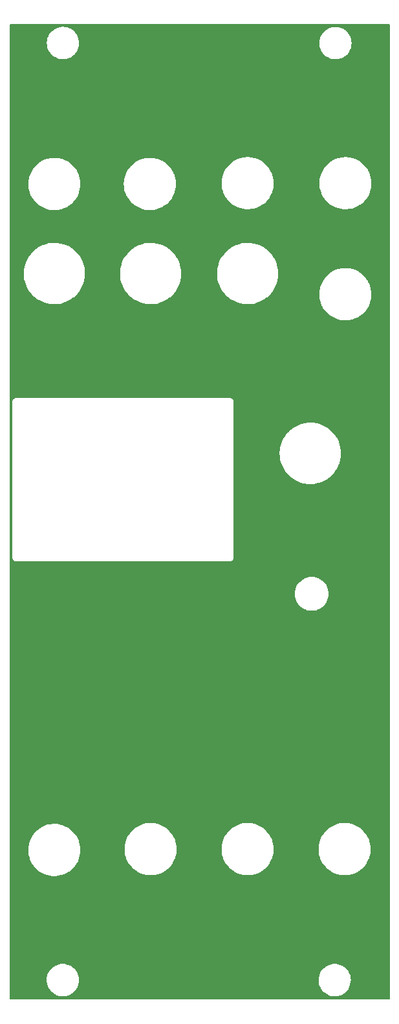
<source format=gbr>
G04 #@! TF.GenerationSoftware,KiCad,Pcbnew,6.0.7-1.fc35*
G04 #@! TF.CreationDate,2023-06-14T17:00:14-04:00*
G04 #@! TF.ProjectId,vccg_faceplate,76636367-5f66-4616-9365-706c6174652e,rev?*
G04 #@! TF.SameCoordinates,Original*
G04 #@! TF.FileFunction,Copper,L1,Top*
G04 #@! TF.FilePolarity,Positive*
%FSLAX46Y46*%
G04 Gerber Fmt 4.6, Leading zero omitted, Abs format (unit mm)*
G04 Created by KiCad (PCBNEW 6.0.7-1.fc35) date 2023-06-14 17:00:14*
%MOMM*%
%LPD*%
G01*
G04 APERTURE LIST*
G04 APERTURE END LIST*
G04 #@! TA.AperFunction,NonConductor*
G36*
X245051621Y-15920902D02*
G01*
X245098114Y-15974558D01*
X245109500Y-16026900D01*
X245109500Y-143231100D01*
X245089498Y-143299221D01*
X245035842Y-143345714D01*
X244983500Y-143357100D01*
X195452500Y-143357100D01*
X195384379Y-143337098D01*
X195337886Y-143283442D01*
X195326500Y-143231100D01*
X195326500Y-140777869D01*
X200196689Y-140777869D01*
X200213238Y-141064883D01*
X200214063Y-141069088D01*
X200214064Y-141069096D01*
X200246010Y-141231921D01*
X200268586Y-141346995D01*
X200269973Y-141351045D01*
X200269974Y-141351050D01*
X200345557Y-141571807D01*
X200361710Y-141618986D01*
X200363637Y-141622817D01*
X200451310Y-141797135D01*
X200490885Y-141875822D01*
X200653721Y-142112750D01*
X200847206Y-142325388D01*
X200850501Y-142328143D01*
X200850502Y-142328144D01*
X200901258Y-142370582D01*
X201067759Y-142509798D01*
X201311298Y-142662571D01*
X201573318Y-142780877D01*
X201577437Y-142782097D01*
X201844857Y-142861311D01*
X201844862Y-142861312D01*
X201848970Y-142862529D01*
X201853204Y-142863177D01*
X201853209Y-142863178D01*
X202101811Y-142901219D01*
X202133153Y-142906015D01*
X202279485Y-142908314D01*
X202416317Y-142910464D01*
X202416323Y-142910464D01*
X202420608Y-142910531D01*
X202424860Y-142910016D01*
X202424868Y-142910016D01*
X202701756Y-142876508D01*
X202701761Y-142876507D01*
X202706017Y-142875992D01*
X202984097Y-142803039D01*
X203249704Y-142693021D01*
X203497922Y-142547974D01*
X203724159Y-142370582D01*
X203765285Y-142328144D01*
X203921244Y-142167206D01*
X203924227Y-142164128D01*
X203926760Y-142160680D01*
X203926764Y-142160675D01*
X204091887Y-141935886D01*
X204094425Y-141932431D01*
X204231604Y-141679779D01*
X204333225Y-141410848D01*
X204397407Y-141130613D01*
X204411675Y-140970748D01*
X204422743Y-140846726D01*
X204422743Y-140846724D01*
X204422963Y-140844260D01*
X204423427Y-140800000D01*
X204421918Y-140777869D01*
X235786689Y-140777869D01*
X235803238Y-141064883D01*
X235804063Y-141069088D01*
X235804064Y-141069096D01*
X235836010Y-141231921D01*
X235858586Y-141346995D01*
X235859973Y-141351045D01*
X235859974Y-141351050D01*
X235935557Y-141571807D01*
X235951710Y-141618986D01*
X235953637Y-141622817D01*
X236041310Y-141797135D01*
X236080885Y-141875822D01*
X236243721Y-142112750D01*
X236437206Y-142325388D01*
X236440501Y-142328143D01*
X236440502Y-142328144D01*
X236491258Y-142370582D01*
X236657759Y-142509798D01*
X236901298Y-142662571D01*
X237163318Y-142780877D01*
X237167437Y-142782097D01*
X237434857Y-142861311D01*
X237434862Y-142861312D01*
X237438970Y-142862529D01*
X237443204Y-142863177D01*
X237443209Y-142863178D01*
X237691811Y-142901219D01*
X237723153Y-142906015D01*
X237869485Y-142908314D01*
X238006317Y-142910464D01*
X238006323Y-142910464D01*
X238010608Y-142910531D01*
X238014860Y-142910016D01*
X238014868Y-142910016D01*
X238291756Y-142876508D01*
X238291761Y-142876507D01*
X238296017Y-142875992D01*
X238574097Y-142803039D01*
X238839704Y-142693021D01*
X239087922Y-142547974D01*
X239314159Y-142370582D01*
X239355285Y-142328144D01*
X239511244Y-142167206D01*
X239514227Y-142164128D01*
X239516760Y-142160680D01*
X239516764Y-142160675D01*
X239681887Y-141935886D01*
X239684425Y-141932431D01*
X239821604Y-141679779D01*
X239923225Y-141410848D01*
X239987407Y-141130613D01*
X240001675Y-140970748D01*
X240012743Y-140846726D01*
X240012743Y-140846724D01*
X240012963Y-140844260D01*
X240013427Y-140800000D01*
X239993873Y-140513175D01*
X239989336Y-140491264D01*
X239936443Y-140235855D01*
X239935574Y-140231658D01*
X239839607Y-139960657D01*
X239707750Y-139705188D01*
X239694488Y-139686317D01*
X239544904Y-139473482D01*
X239542441Y-139469977D01*
X239346740Y-139259378D01*
X239124268Y-139077287D01*
X238879142Y-138927073D01*
X238861048Y-138919130D01*
X238619830Y-138813243D01*
X238615898Y-138811517D01*
X238589963Y-138804129D01*
X238343534Y-138733932D01*
X238343535Y-138733932D01*
X238339406Y-138732756D01*
X238126704Y-138702485D01*
X238059036Y-138692854D01*
X238059034Y-138692854D01*
X238054784Y-138692249D01*
X238050495Y-138692227D01*
X238050488Y-138692226D01*
X237771583Y-138690765D01*
X237771576Y-138690765D01*
X237767297Y-138690743D01*
X237763053Y-138691302D01*
X237763049Y-138691302D01*
X237637660Y-138707810D01*
X237482266Y-138728268D01*
X237478126Y-138729401D01*
X237478124Y-138729401D01*
X237401311Y-138750415D01*
X237204964Y-138804129D01*
X237201016Y-138805813D01*
X236944476Y-138915237D01*
X236944472Y-138915239D01*
X236940524Y-138916923D01*
X236815960Y-138991473D01*
X236697521Y-139062357D01*
X236697517Y-139062360D01*
X236693839Y-139064561D01*
X236469472Y-139244313D01*
X236271577Y-139452851D01*
X236103814Y-139686317D01*
X235969288Y-139940392D01*
X235870489Y-140210373D01*
X235809245Y-140491264D01*
X235808909Y-140495534D01*
X235787196Y-140771428D01*
X235787195Y-140771428D01*
X235787196Y-140771430D01*
X235786689Y-140777869D01*
X204421918Y-140777869D01*
X204403873Y-140513175D01*
X204399336Y-140491264D01*
X204346443Y-140235855D01*
X204345574Y-140231658D01*
X204249607Y-139960657D01*
X204117750Y-139705188D01*
X204104488Y-139686317D01*
X203954904Y-139473482D01*
X203952441Y-139469977D01*
X203756740Y-139259378D01*
X203534268Y-139077287D01*
X203289142Y-138927073D01*
X203271048Y-138919130D01*
X203029830Y-138813243D01*
X203025898Y-138811517D01*
X202999963Y-138804129D01*
X202753534Y-138733932D01*
X202753535Y-138733932D01*
X202749406Y-138732756D01*
X202536704Y-138702485D01*
X202469036Y-138692854D01*
X202469034Y-138692854D01*
X202464784Y-138692249D01*
X202460495Y-138692227D01*
X202460488Y-138692226D01*
X202181583Y-138690765D01*
X202181576Y-138690765D01*
X202177297Y-138690743D01*
X202173053Y-138691302D01*
X202173049Y-138691302D01*
X202047660Y-138707810D01*
X201892266Y-138728268D01*
X201888126Y-138729401D01*
X201888124Y-138729401D01*
X201811311Y-138750415D01*
X201614964Y-138804129D01*
X201611016Y-138805813D01*
X201354476Y-138915237D01*
X201354472Y-138915239D01*
X201350524Y-138916923D01*
X201225960Y-138991473D01*
X201107521Y-139062357D01*
X201107517Y-139062360D01*
X201103839Y-139064561D01*
X200879472Y-139244313D01*
X200681577Y-139452851D01*
X200513814Y-139686317D01*
X200379288Y-139940392D01*
X200280489Y-140210373D01*
X200219245Y-140491264D01*
X200218909Y-140495534D01*
X200197196Y-140771428D01*
X200197195Y-140771428D01*
X200197196Y-140771430D01*
X200196689Y-140777869D01*
X195326500Y-140777869D01*
X195326500Y-123788085D01*
X197786515Y-123788085D01*
X197787119Y-123799994D01*
X197787118Y-123800000D01*
X197787119Y-123800000D01*
X197805194Y-124156809D01*
X197805731Y-124160164D01*
X197805732Y-124160170D01*
X197846143Y-124412465D01*
X197863585Y-124521358D01*
X197961006Y-124877470D01*
X197990409Y-124952114D01*
X198090295Y-125205688D01*
X198096317Y-125220977D01*
X198097900Y-125223992D01*
X198266351Y-125544845D01*
X198266356Y-125544853D01*
X198267935Y-125547861D01*
X198473853Y-125854299D01*
X198711661Y-126136706D01*
X198978578Y-126391777D01*
X199271482Y-126616530D01*
X199586945Y-126808335D01*
X199921278Y-126964948D01*
X200270570Y-127084537D01*
X200630734Y-127165703D01*
X200634120Y-127166089D01*
X200634127Y-127166090D01*
X200994174Y-127207113D01*
X200994182Y-127207113D01*
X200997557Y-127207498D01*
X201000961Y-127207516D01*
X201000964Y-127207516D01*
X201201634Y-127208566D01*
X201366749Y-127209431D01*
X201370135Y-127209081D01*
X201370137Y-127209081D01*
X201730598Y-127171831D01*
X201730606Y-127171830D01*
X201733990Y-127171480D01*
X201737323Y-127170765D01*
X201737326Y-127170765D01*
X202023508Y-127109413D01*
X202094984Y-127094090D01*
X202445509Y-126978165D01*
X202781464Y-126825061D01*
X202784401Y-126823317D01*
X202784407Y-126823314D01*
X203095984Y-126638312D01*
X203098918Y-126636570D01*
X203394159Y-126414897D01*
X203663733Y-126162635D01*
X203665945Y-126160063D01*
X203665952Y-126160056D01*
X203902259Y-125885322D01*
X203904485Y-125882734D01*
X204069469Y-125642682D01*
X204111671Y-125581279D01*
X204111676Y-125581271D01*
X204113601Y-125578470D01*
X204115213Y-125575476D01*
X204115218Y-125575468D01*
X204287011Y-125256412D01*
X204288633Y-125253400D01*
X204427533Y-124911329D01*
X204438116Y-124874179D01*
X204527744Y-124559535D01*
X204528678Y-124556257D01*
X204590884Y-124192339D01*
X204593058Y-124156809D01*
X204613313Y-123825627D01*
X204613423Y-123823831D01*
X204613506Y-123800000D01*
X204607445Y-123688085D01*
X210386515Y-123688085D01*
X210387119Y-123699994D01*
X210387118Y-123700000D01*
X210387119Y-123700000D01*
X210405194Y-124056809D01*
X210405731Y-124060164D01*
X210405732Y-124060170D01*
X210446143Y-124312465D01*
X210463585Y-124421358D01*
X210561006Y-124777470D01*
X210629800Y-124952114D01*
X210690295Y-125105688D01*
X210696317Y-125120977D01*
X210697900Y-125123992D01*
X210866351Y-125444845D01*
X210866356Y-125444853D01*
X210867935Y-125447861D01*
X211073853Y-125754299D01*
X211311661Y-126036706D01*
X211578578Y-126291777D01*
X211871482Y-126516530D01*
X212186945Y-126708335D01*
X212521278Y-126864948D01*
X212870570Y-126984537D01*
X213230734Y-127065703D01*
X213234120Y-127066089D01*
X213234127Y-127066090D01*
X213594174Y-127107113D01*
X213594182Y-127107113D01*
X213597557Y-127107498D01*
X213600961Y-127107516D01*
X213600964Y-127107516D01*
X213801634Y-127108566D01*
X213966749Y-127109431D01*
X213970135Y-127109081D01*
X213970137Y-127109081D01*
X214330598Y-127071831D01*
X214330606Y-127071830D01*
X214333990Y-127071480D01*
X214337323Y-127070765D01*
X214337326Y-127070765D01*
X214515176Y-127032637D01*
X214694984Y-126994090D01*
X215045509Y-126878165D01*
X215381464Y-126725061D01*
X215384401Y-126723317D01*
X215384407Y-126723314D01*
X215695984Y-126538312D01*
X215698918Y-126536570D01*
X215994159Y-126314897D01*
X216263733Y-126062635D01*
X216265945Y-126060063D01*
X216265952Y-126060056D01*
X216502259Y-125785322D01*
X216504485Y-125782734D01*
X216646936Y-125575468D01*
X216711671Y-125481279D01*
X216711676Y-125481271D01*
X216713601Y-125478470D01*
X216715213Y-125475476D01*
X216715218Y-125475468D01*
X216887011Y-125156412D01*
X216888633Y-125153400D01*
X217000676Y-124877470D01*
X217026253Y-124814482D01*
X217026255Y-124814477D01*
X217027533Y-124811329D01*
X217038116Y-124774179D01*
X217101147Y-124552905D01*
X217128678Y-124456257D01*
X217156286Y-124294742D01*
X217190312Y-124095686D01*
X217190312Y-124095684D01*
X217190884Y-124092339D01*
X217193058Y-124056809D01*
X217213313Y-123725627D01*
X217213423Y-123723831D01*
X217213506Y-123700000D01*
X217212861Y-123688085D01*
X223086515Y-123688085D01*
X223087119Y-123699994D01*
X223087118Y-123700000D01*
X223087119Y-123700000D01*
X223105194Y-124056809D01*
X223105731Y-124060164D01*
X223105732Y-124060170D01*
X223146143Y-124312465D01*
X223163585Y-124421358D01*
X223261006Y-124777470D01*
X223329800Y-124952114D01*
X223390295Y-125105688D01*
X223396317Y-125120977D01*
X223397900Y-125123992D01*
X223566351Y-125444845D01*
X223566356Y-125444853D01*
X223567935Y-125447861D01*
X223773853Y-125754299D01*
X224011661Y-126036706D01*
X224278578Y-126291777D01*
X224571482Y-126516530D01*
X224886945Y-126708335D01*
X225221278Y-126864948D01*
X225570570Y-126984537D01*
X225930734Y-127065703D01*
X225934120Y-127066089D01*
X225934127Y-127066090D01*
X226294174Y-127107113D01*
X226294182Y-127107113D01*
X226297557Y-127107498D01*
X226300961Y-127107516D01*
X226300964Y-127107516D01*
X226501634Y-127108566D01*
X226666749Y-127109431D01*
X226670135Y-127109081D01*
X226670137Y-127109081D01*
X227030598Y-127071831D01*
X227030606Y-127071830D01*
X227033990Y-127071480D01*
X227037323Y-127070765D01*
X227037326Y-127070765D01*
X227215176Y-127032637D01*
X227394984Y-126994090D01*
X227745509Y-126878165D01*
X228081464Y-126725061D01*
X228084401Y-126723317D01*
X228084407Y-126723314D01*
X228395984Y-126538312D01*
X228398918Y-126536570D01*
X228694159Y-126314897D01*
X228963733Y-126062635D01*
X228965945Y-126060063D01*
X228965952Y-126060056D01*
X229202259Y-125785322D01*
X229204485Y-125782734D01*
X229346936Y-125575468D01*
X229411671Y-125481279D01*
X229411676Y-125481271D01*
X229413601Y-125478470D01*
X229415213Y-125475476D01*
X229415218Y-125475468D01*
X229587011Y-125156412D01*
X229588633Y-125153400D01*
X229700676Y-124877470D01*
X229726253Y-124814482D01*
X229726255Y-124814477D01*
X229727533Y-124811329D01*
X229738116Y-124774179D01*
X229801147Y-124552905D01*
X229828678Y-124456257D01*
X229856286Y-124294742D01*
X229890312Y-124095686D01*
X229890312Y-124095684D01*
X229890884Y-124092339D01*
X229893058Y-124056809D01*
X229913313Y-123725627D01*
X229913423Y-123723831D01*
X229913506Y-123700000D01*
X229912861Y-123688085D01*
X235786515Y-123688085D01*
X235787119Y-123699994D01*
X235787118Y-123700000D01*
X235787119Y-123700000D01*
X235805194Y-124056809D01*
X235805731Y-124060164D01*
X235805732Y-124060170D01*
X235846143Y-124312465D01*
X235863585Y-124421358D01*
X235961006Y-124777470D01*
X236029800Y-124952114D01*
X236090295Y-125105688D01*
X236096317Y-125120977D01*
X236097900Y-125123992D01*
X236266351Y-125444845D01*
X236266356Y-125444853D01*
X236267935Y-125447861D01*
X236473853Y-125754299D01*
X236711661Y-126036706D01*
X236978578Y-126291777D01*
X237271482Y-126516530D01*
X237586945Y-126708335D01*
X237921278Y-126864948D01*
X238270570Y-126984537D01*
X238630734Y-127065703D01*
X238634120Y-127066089D01*
X238634127Y-127066090D01*
X238994174Y-127107113D01*
X238994182Y-127107113D01*
X238997557Y-127107498D01*
X239000961Y-127107516D01*
X239000964Y-127107516D01*
X239201634Y-127108566D01*
X239366749Y-127109431D01*
X239370135Y-127109081D01*
X239370137Y-127109081D01*
X239730598Y-127071831D01*
X239730606Y-127071830D01*
X239733990Y-127071480D01*
X239737323Y-127070765D01*
X239737326Y-127070765D01*
X239915176Y-127032637D01*
X240094984Y-126994090D01*
X240445509Y-126878165D01*
X240781464Y-126725061D01*
X240784401Y-126723317D01*
X240784407Y-126723314D01*
X241095984Y-126538312D01*
X241098918Y-126536570D01*
X241394159Y-126314897D01*
X241663733Y-126062635D01*
X241665945Y-126060063D01*
X241665952Y-126060056D01*
X241902259Y-125785322D01*
X241904485Y-125782734D01*
X242046936Y-125575468D01*
X242111671Y-125481279D01*
X242111676Y-125481271D01*
X242113601Y-125478470D01*
X242115213Y-125475476D01*
X242115218Y-125475468D01*
X242287011Y-125156412D01*
X242288633Y-125153400D01*
X242400676Y-124877470D01*
X242426253Y-124814482D01*
X242426255Y-124814477D01*
X242427533Y-124811329D01*
X242438116Y-124774179D01*
X242501147Y-124552905D01*
X242528678Y-124456257D01*
X242556286Y-124294742D01*
X242590312Y-124095686D01*
X242590312Y-124095684D01*
X242590884Y-124092339D01*
X242593058Y-124056809D01*
X242613313Y-123725627D01*
X242613423Y-123723831D01*
X242613506Y-123700000D01*
X242593540Y-123331344D01*
X242533877Y-122967000D01*
X242435213Y-122611230D01*
X242410006Y-122547886D01*
X242299964Y-122271363D01*
X242299960Y-122271355D01*
X242298704Y-122268198D01*
X242292982Y-122257390D01*
X242190008Y-122062906D01*
X242125946Y-121941914D01*
X242124046Y-121939108D01*
X242124042Y-121939101D01*
X241920866Y-121639011D01*
X241920859Y-121639002D01*
X241918960Y-121636197D01*
X241916764Y-121633607D01*
X241916759Y-121633601D01*
X241682367Y-121357217D01*
X241682366Y-121357216D01*
X241680167Y-121354623D01*
X241412361Y-121100484D01*
X241118675Y-120876755D01*
X241115763Y-120874998D01*
X241115758Y-120874995D01*
X240805466Y-120687815D01*
X240805457Y-120687810D01*
X240802544Y-120686053D01*
X240799454Y-120684619D01*
X240799449Y-120684616D01*
X240635105Y-120608330D01*
X240467666Y-120530608D01*
X240464441Y-120529516D01*
X240464435Y-120529514D01*
X240121195Y-120413334D01*
X240121190Y-120413332D01*
X240117959Y-120412239D01*
X239757514Y-120332330D01*
X239627190Y-120317942D01*
X239393928Y-120292189D01*
X239393923Y-120292189D01*
X239390547Y-120291816D01*
X239387148Y-120291810D01*
X239387147Y-120291810D01*
X239212542Y-120291506D01*
X239021351Y-120291172D01*
X238904842Y-120303623D01*
X238657628Y-120330042D01*
X238657620Y-120330043D01*
X238654245Y-120330404D01*
X238293523Y-120409055D01*
X237943405Y-120526202D01*
X237607986Y-120680478D01*
X237291192Y-120870075D01*
X236996726Y-121092778D01*
X236994244Y-121095117D01*
X236994238Y-121095122D01*
X236888121Y-121195122D01*
X236728035Y-121345980D01*
X236725823Y-121348570D01*
X236725821Y-121348572D01*
X236670607Y-121413219D01*
X236488261Y-121626719D01*
X236486342Y-121629531D01*
X236486339Y-121629536D01*
X236479876Y-121639011D01*
X236280209Y-121931712D01*
X236106313Y-122257390D01*
X235968607Y-122599944D01*
X235967687Y-122603218D01*
X235967685Y-122603223D01*
X235939577Y-122703223D01*
X235868702Y-122955367D01*
X235868140Y-122958724D01*
X235868140Y-122958725D01*
X235826885Y-123205258D01*
X235807767Y-123319500D01*
X235786515Y-123688085D01*
X229912861Y-123688085D01*
X229893540Y-123331344D01*
X229833877Y-122967000D01*
X229735213Y-122611230D01*
X229710006Y-122547886D01*
X229599964Y-122271363D01*
X229599960Y-122271355D01*
X229598704Y-122268198D01*
X229592982Y-122257390D01*
X229490008Y-122062906D01*
X229425946Y-121941914D01*
X229424046Y-121939108D01*
X229424042Y-121939101D01*
X229220866Y-121639011D01*
X229220859Y-121639002D01*
X229218960Y-121636197D01*
X229216764Y-121633607D01*
X229216759Y-121633601D01*
X228982367Y-121357217D01*
X228982366Y-121357216D01*
X228980167Y-121354623D01*
X228712361Y-121100484D01*
X228418675Y-120876755D01*
X228415763Y-120874998D01*
X228415758Y-120874995D01*
X228105466Y-120687815D01*
X228105457Y-120687810D01*
X228102544Y-120686053D01*
X228099454Y-120684619D01*
X228099449Y-120684616D01*
X227935105Y-120608330D01*
X227767666Y-120530608D01*
X227764441Y-120529516D01*
X227764435Y-120529514D01*
X227421195Y-120413334D01*
X227421190Y-120413332D01*
X227417959Y-120412239D01*
X227057514Y-120332330D01*
X226927190Y-120317942D01*
X226693928Y-120292189D01*
X226693923Y-120292189D01*
X226690547Y-120291816D01*
X226687148Y-120291810D01*
X226687147Y-120291810D01*
X226512542Y-120291506D01*
X226321351Y-120291172D01*
X226204842Y-120303623D01*
X225957628Y-120330042D01*
X225957620Y-120330043D01*
X225954245Y-120330404D01*
X225593523Y-120409055D01*
X225243405Y-120526202D01*
X224907986Y-120680478D01*
X224591192Y-120870075D01*
X224296726Y-121092778D01*
X224294244Y-121095117D01*
X224294238Y-121095122D01*
X224188121Y-121195122D01*
X224028035Y-121345980D01*
X224025823Y-121348570D01*
X224025821Y-121348572D01*
X223970607Y-121413219D01*
X223788261Y-121626719D01*
X223786342Y-121629531D01*
X223786339Y-121629536D01*
X223779876Y-121639011D01*
X223580209Y-121931712D01*
X223406313Y-122257390D01*
X223268607Y-122599944D01*
X223267687Y-122603218D01*
X223267685Y-122603223D01*
X223239577Y-122703223D01*
X223168702Y-122955367D01*
X223168140Y-122958724D01*
X223168140Y-122958725D01*
X223126885Y-123205258D01*
X223107767Y-123319500D01*
X223086515Y-123688085D01*
X217212861Y-123688085D01*
X217193540Y-123331344D01*
X217133877Y-122967000D01*
X217035213Y-122611230D01*
X217010006Y-122547886D01*
X216899964Y-122271363D01*
X216899960Y-122271355D01*
X216898704Y-122268198D01*
X216892982Y-122257390D01*
X216790008Y-122062906D01*
X216725946Y-121941914D01*
X216724046Y-121939108D01*
X216724042Y-121939101D01*
X216520866Y-121639011D01*
X216520859Y-121639002D01*
X216518960Y-121636197D01*
X216516764Y-121633607D01*
X216516759Y-121633601D01*
X216282367Y-121357217D01*
X216282366Y-121357216D01*
X216280167Y-121354623D01*
X216012361Y-121100484D01*
X215718675Y-120876755D01*
X215715763Y-120874998D01*
X215715758Y-120874995D01*
X215405466Y-120687815D01*
X215405457Y-120687810D01*
X215402544Y-120686053D01*
X215399454Y-120684619D01*
X215399449Y-120684616D01*
X215235105Y-120608330D01*
X215067666Y-120530608D01*
X215064441Y-120529516D01*
X215064435Y-120529514D01*
X214721195Y-120413334D01*
X214721190Y-120413332D01*
X214717959Y-120412239D01*
X214357514Y-120332330D01*
X214227190Y-120317942D01*
X213993928Y-120292189D01*
X213993923Y-120292189D01*
X213990547Y-120291816D01*
X213987148Y-120291810D01*
X213987147Y-120291810D01*
X213812542Y-120291506D01*
X213621351Y-120291172D01*
X213504842Y-120303623D01*
X213257628Y-120330042D01*
X213257620Y-120330043D01*
X213254245Y-120330404D01*
X212893523Y-120409055D01*
X212543405Y-120526202D01*
X212207986Y-120680478D01*
X211891192Y-120870075D01*
X211596726Y-121092778D01*
X211594244Y-121095117D01*
X211594238Y-121095122D01*
X211488121Y-121195122D01*
X211328035Y-121345980D01*
X211325823Y-121348570D01*
X211325821Y-121348572D01*
X211270607Y-121413219D01*
X211088261Y-121626719D01*
X211086342Y-121629531D01*
X211086339Y-121629536D01*
X211079876Y-121639011D01*
X210880209Y-121931712D01*
X210706313Y-122257390D01*
X210568607Y-122599944D01*
X210567687Y-122603218D01*
X210567685Y-122603223D01*
X210539577Y-122703223D01*
X210468702Y-122955367D01*
X210468140Y-122958724D01*
X210468140Y-122958725D01*
X210426885Y-123205258D01*
X210407767Y-123319500D01*
X210386515Y-123688085D01*
X204607445Y-123688085D01*
X204593540Y-123431344D01*
X204533877Y-123067000D01*
X204435213Y-122711230D01*
X204410006Y-122647886D01*
X204299964Y-122371363D01*
X204299960Y-122371355D01*
X204298704Y-122368198D01*
X204292982Y-122357390D01*
X204244164Y-122265189D01*
X204125946Y-122041914D01*
X204124046Y-122039108D01*
X204124042Y-122039101D01*
X203920866Y-121739011D01*
X203920859Y-121739002D01*
X203918960Y-121736197D01*
X203916764Y-121733607D01*
X203916759Y-121733601D01*
X203682367Y-121457217D01*
X203682366Y-121457216D01*
X203680167Y-121454623D01*
X203412361Y-121200484D01*
X203118675Y-120976755D01*
X203115763Y-120974998D01*
X203115758Y-120974995D01*
X202805466Y-120787815D01*
X202805457Y-120787810D01*
X202802544Y-120786053D01*
X202799454Y-120784619D01*
X202799449Y-120784616D01*
X202572023Y-120679049D01*
X202467666Y-120630608D01*
X202464441Y-120629516D01*
X202464435Y-120629514D01*
X202121195Y-120513334D01*
X202121190Y-120513332D01*
X202117959Y-120512239D01*
X201757514Y-120432330D01*
X201627190Y-120417942D01*
X201393928Y-120392189D01*
X201393923Y-120392189D01*
X201390547Y-120391816D01*
X201387148Y-120391810D01*
X201387147Y-120391810D01*
X201212542Y-120391506D01*
X201021351Y-120391172D01*
X200904842Y-120403623D01*
X200657628Y-120430042D01*
X200657620Y-120430043D01*
X200654245Y-120430404D01*
X200293523Y-120509055D01*
X199943405Y-120626202D01*
X199607986Y-120780478D01*
X199291192Y-120970075D01*
X198996726Y-121192778D01*
X198994244Y-121195117D01*
X198994238Y-121195122D01*
X198762800Y-121413219D01*
X198728035Y-121445980D01*
X198725823Y-121448570D01*
X198725821Y-121448572D01*
X198665274Y-121519464D01*
X198488261Y-121726719D01*
X198486342Y-121729531D01*
X198486339Y-121729536D01*
X198479876Y-121739011D01*
X198280209Y-122031712D01*
X198106313Y-122357390D01*
X197968607Y-122699944D01*
X197967687Y-122703218D01*
X197967685Y-122703223D01*
X197892593Y-122970373D01*
X197868702Y-123055367D01*
X197807767Y-123419500D01*
X197806888Y-123434746D01*
X197792085Y-123691490D01*
X197786515Y-123788085D01*
X195326500Y-123788085D01*
X195326500Y-90350000D01*
X232686761Y-90350000D01*
X232705696Y-90638886D01*
X232762175Y-90922828D01*
X232855234Y-91196970D01*
X232983279Y-91456619D01*
X233144119Y-91697335D01*
X233146831Y-91700427D01*
X233146836Y-91700434D01*
X233332167Y-91911761D01*
X233335004Y-91914996D01*
X233338093Y-91917705D01*
X233549565Y-92103163D01*
X233549571Y-92103168D01*
X233552665Y-92105881D01*
X233793380Y-92266721D01*
X233797079Y-92268545D01*
X233797084Y-92268548D01*
X234049335Y-92392944D01*
X234053030Y-92394766D01*
X234056928Y-92396089D01*
X234056930Y-92396090D01*
X234323262Y-92486498D01*
X234323266Y-92486499D01*
X234327172Y-92487825D01*
X234331216Y-92488629D01*
X234331222Y-92488631D01*
X234607071Y-92543500D01*
X234607074Y-92543500D01*
X234611114Y-92544304D01*
X234615225Y-92544573D01*
X234615229Y-92544574D01*
X234895881Y-92562969D01*
X234900000Y-92563239D01*
X234904119Y-92562969D01*
X235184771Y-92544574D01*
X235184775Y-92544573D01*
X235188886Y-92544304D01*
X235192926Y-92543500D01*
X235192929Y-92543500D01*
X235468778Y-92488631D01*
X235468784Y-92488629D01*
X235472828Y-92487825D01*
X235476734Y-92486499D01*
X235476738Y-92486498D01*
X235743070Y-92396090D01*
X235743072Y-92396089D01*
X235746970Y-92394766D01*
X235750665Y-92392944D01*
X236002916Y-92268548D01*
X236002921Y-92268545D01*
X236006620Y-92266721D01*
X236247335Y-92105881D01*
X236250429Y-92103168D01*
X236250435Y-92103163D01*
X236461907Y-91917705D01*
X236464996Y-91914996D01*
X236467833Y-91911761D01*
X236653164Y-91700434D01*
X236653169Y-91700427D01*
X236655881Y-91697335D01*
X236816721Y-91456619D01*
X236944766Y-91196970D01*
X237037825Y-90922828D01*
X237094304Y-90638886D01*
X237113239Y-90350000D01*
X237094304Y-90061114D01*
X237037825Y-89777172D01*
X237011990Y-89701063D01*
X236946090Y-89506930D01*
X236946089Y-89506928D01*
X236944766Y-89503030D01*
X236816721Y-89243381D01*
X236655881Y-89002665D01*
X236653169Y-88999573D01*
X236653164Y-88999566D01*
X236467705Y-88788093D01*
X236464996Y-88785004D01*
X236461733Y-88782142D01*
X236250435Y-88596837D01*
X236250429Y-88596832D01*
X236247335Y-88594119D01*
X236006620Y-88433279D01*
X236002921Y-88431455D01*
X236002916Y-88431452D01*
X235750665Y-88307056D01*
X235750663Y-88307055D01*
X235746970Y-88305234D01*
X235743070Y-88303910D01*
X235476738Y-88213502D01*
X235476734Y-88213501D01*
X235472828Y-88212175D01*
X235468784Y-88211371D01*
X235468778Y-88211369D01*
X235192929Y-88156500D01*
X235192926Y-88156500D01*
X235188886Y-88155696D01*
X235184775Y-88155427D01*
X235184771Y-88155426D01*
X234904119Y-88137031D01*
X234900000Y-88136761D01*
X234895881Y-88137031D01*
X234615229Y-88155426D01*
X234615225Y-88155427D01*
X234611114Y-88155696D01*
X234607074Y-88156500D01*
X234607071Y-88156500D01*
X234331222Y-88211369D01*
X234331216Y-88211371D01*
X234327172Y-88212175D01*
X234323266Y-88213501D01*
X234323262Y-88213502D01*
X234056930Y-88303910D01*
X234053030Y-88305234D01*
X233793381Y-88433279D01*
X233552665Y-88594119D01*
X233549573Y-88596831D01*
X233549566Y-88596836D01*
X233338239Y-88782167D01*
X233335004Y-88785004D01*
X233332295Y-88788093D01*
X233146836Y-88999566D01*
X233146831Y-88999573D01*
X233144119Y-89002665D01*
X232983279Y-89243381D01*
X232855234Y-89503030D01*
X232853911Y-89506928D01*
X232853910Y-89506930D01*
X232788011Y-89701063D01*
X232762175Y-89777172D01*
X232705696Y-90061114D01*
X232688805Y-90318810D01*
X232686761Y-90350000D01*
X195326500Y-90350000D01*
X195326500Y-85667721D01*
X195706024Y-85667721D01*
X195708491Y-85676352D01*
X195714150Y-85696153D01*
X195717728Y-85712915D01*
X195721920Y-85742187D01*
X195725634Y-85750355D01*
X195725634Y-85750356D01*
X195732548Y-85765562D01*
X195738996Y-85783086D01*
X195746051Y-85807771D01*
X195750843Y-85815365D01*
X195750844Y-85815368D01*
X195761830Y-85832780D01*
X195769969Y-85847863D01*
X195782208Y-85874782D01*
X195788069Y-85881584D01*
X195798970Y-85894235D01*
X195810073Y-85909239D01*
X195823776Y-85930958D01*
X195830501Y-85936897D01*
X195830504Y-85936901D01*
X195845938Y-85950532D01*
X195857982Y-85962724D01*
X195871427Y-85978327D01*
X195871430Y-85978329D01*
X195877287Y-85985127D01*
X195884816Y-85990007D01*
X195884817Y-85990008D01*
X195898835Y-85999094D01*
X195913709Y-86010385D01*
X195926217Y-86021431D01*
X195932951Y-86027378D01*
X195959711Y-86039942D01*
X195974691Y-86048263D01*
X195991983Y-86059471D01*
X195991988Y-86059473D01*
X195999515Y-86064352D01*
X196008108Y-86066922D01*
X196008113Y-86066924D01*
X196024120Y-86071711D01*
X196041564Y-86078372D01*
X196056676Y-86085467D01*
X196056678Y-86085468D01*
X196064800Y-86089281D01*
X196073667Y-86090662D01*
X196073668Y-86090662D01*
X196076353Y-86091080D01*
X196094017Y-86093830D01*
X196110732Y-86097613D01*
X196130466Y-86103515D01*
X196130472Y-86103516D01*
X196139066Y-86106086D01*
X196148037Y-86106141D01*
X196148038Y-86106141D01*
X196158097Y-86106202D01*
X196173506Y-86106296D01*
X196174289Y-86106329D01*
X196175386Y-86106500D01*
X196206377Y-86106500D01*
X196207147Y-86106502D01*
X196280785Y-86106952D01*
X196280786Y-86106952D01*
X196284721Y-86106976D01*
X196286065Y-86106592D01*
X196287410Y-86106500D01*
X224146377Y-86106500D01*
X224147148Y-86106502D01*
X224224721Y-86106976D01*
X224253152Y-86098850D01*
X224269915Y-86095272D01*
X224270753Y-86095152D01*
X224299187Y-86091080D01*
X224322564Y-86080451D01*
X224340087Y-86074004D01*
X224364771Y-86066949D01*
X224372365Y-86062157D01*
X224372368Y-86062156D01*
X224389780Y-86051170D01*
X224404865Y-86043030D01*
X224431782Y-86030792D01*
X224451235Y-86014030D01*
X224466239Y-86002927D01*
X224487958Y-85989224D01*
X224493897Y-85982499D01*
X224493901Y-85982496D01*
X224507532Y-85967062D01*
X224519724Y-85955018D01*
X224535327Y-85941573D01*
X224535329Y-85941570D01*
X224542127Y-85935713D01*
X224556094Y-85914165D01*
X224567385Y-85899291D01*
X224578431Y-85886783D01*
X224578432Y-85886782D01*
X224584378Y-85880049D01*
X224596943Y-85853287D01*
X224605263Y-85838309D01*
X224616471Y-85821017D01*
X224616473Y-85821012D01*
X224621352Y-85813485D01*
X224623922Y-85804892D01*
X224623924Y-85804887D01*
X224628711Y-85788880D01*
X224635372Y-85771436D01*
X224642467Y-85756324D01*
X224642468Y-85756322D01*
X224646281Y-85748200D01*
X224650830Y-85718983D01*
X224654613Y-85702268D01*
X224660515Y-85682534D01*
X224660516Y-85682528D01*
X224663086Y-85673934D01*
X224663296Y-85639494D01*
X224663329Y-85638711D01*
X224663500Y-85637614D01*
X224663500Y-85606623D01*
X224663502Y-85605853D01*
X224663952Y-85532215D01*
X224663952Y-85532214D01*
X224663976Y-85528279D01*
X224663592Y-85526935D01*
X224663500Y-85525590D01*
X224663500Y-71943965D01*
X230687057Y-71943965D01*
X230700741Y-72335827D01*
X230752599Y-72724484D01*
X230842136Y-73106225D01*
X230968496Y-73477407D01*
X231130475Y-73834487D01*
X231326525Y-74174056D01*
X231328314Y-74176554D01*
X231328316Y-74176558D01*
X231428047Y-74315860D01*
X231554776Y-74492874D01*
X231813049Y-74787896D01*
X232098878Y-75056308D01*
X232409536Y-75295546D01*
X232412139Y-75297173D01*
X232412144Y-75297176D01*
X232531576Y-75371805D01*
X232742056Y-75503328D01*
X233093266Y-75677670D01*
X233459812Y-75816907D01*
X233838195Y-75919712D01*
X234136419Y-75970153D01*
X234221783Y-75984591D01*
X234221786Y-75984591D01*
X234224805Y-75985102D01*
X234379444Y-75995916D01*
X234612885Y-76012240D01*
X234612893Y-76012240D01*
X234615951Y-76012454D01*
X234868037Y-76005413D01*
X235004825Y-76001592D01*
X235004828Y-76001592D01*
X235007899Y-76001506D01*
X235010952Y-76001120D01*
X235010956Y-76001120D01*
X235152576Y-75983229D01*
X235396908Y-75952362D01*
X235399912Y-75951680D01*
X235399915Y-75951679D01*
X235776269Y-75866174D01*
X235776275Y-75866172D01*
X235779265Y-75865493D01*
X235782184Y-75864522D01*
X236148396Y-75742700D01*
X236148402Y-75742698D01*
X236151320Y-75741727D01*
X236292735Y-75678765D01*
X236506722Y-75583492D01*
X236506728Y-75583489D01*
X236509522Y-75582245D01*
X236512191Y-75580729D01*
X236847784Y-75390086D01*
X236847790Y-75390083D01*
X236850452Y-75388570D01*
X237170855Y-75162550D01*
X237296390Y-75054192D01*
X237465347Y-74908353D01*
X237465351Y-74908349D01*
X237467674Y-74906344D01*
X237545040Y-74825102D01*
X237735957Y-74624618D01*
X237738074Y-74622395D01*
X237840197Y-74491684D01*
X237977565Y-74315860D01*
X237977567Y-74315857D01*
X237979475Y-74313415D01*
X238189574Y-73982354D01*
X238366363Y-73632370D01*
X238398437Y-73549678D01*
X238507041Y-73269681D01*
X238507044Y-73269672D01*
X238508156Y-73266805D01*
X238613600Y-72889148D01*
X238681688Y-72503004D01*
X238694788Y-72332747D01*
X238711619Y-72114013D01*
X238711619Y-72114002D01*
X238711769Y-72112059D01*
X238713334Y-72000000D01*
X238710594Y-71943965D01*
X238694330Y-71611440D01*
X238694180Y-71608367D01*
X238636901Y-71220473D01*
X238542043Y-70840019D01*
X238410512Y-70470637D01*
X238243564Y-70115854D01*
X238241997Y-70113225D01*
X238241992Y-70113216D01*
X238044361Y-69781689D01*
X238042791Y-69779055D01*
X238040977Y-69776595D01*
X238040972Y-69776587D01*
X237811933Y-69465926D01*
X237811931Y-69465923D01*
X237810111Y-69463455D01*
X237547744Y-69172068D01*
X237258195Y-68907673D01*
X236944228Y-68672795D01*
X236896015Y-68643596D01*
X236611467Y-68471267D01*
X236611458Y-68471262D01*
X236608839Y-68469676D01*
X236255229Y-68300255D01*
X236252339Y-68299203D01*
X236252334Y-68299201D01*
X235889674Y-68167204D01*
X235889671Y-68167203D01*
X235886775Y-68166149D01*
X235610563Y-68095229D01*
X235509977Y-68069403D01*
X235509974Y-68069402D01*
X235506993Y-68068637D01*
X235119508Y-68008651D01*
X234728018Y-67986764D01*
X234724939Y-67986893D01*
X234724936Y-67986893D01*
X234469188Y-67997612D01*
X234336261Y-68003183D01*
X234333217Y-68003611D01*
X234333215Y-68003611D01*
X234122778Y-68033186D01*
X233947976Y-68057753D01*
X233566869Y-68149953D01*
X233196579Y-68278902D01*
X232840638Y-68443369D01*
X232502446Y-68641785D01*
X232342444Y-68758033D01*
X232187711Y-68870453D01*
X232187705Y-68870458D01*
X232185230Y-68872256D01*
X232182944Y-68874285D01*
X232182941Y-68874288D01*
X232103123Y-68945154D01*
X231892017Y-69132583D01*
X231889938Y-69134828D01*
X231889931Y-69134835D01*
X231801569Y-69230258D01*
X231625608Y-69420279D01*
X231388544Y-69732599D01*
X231183089Y-70066562D01*
X231011203Y-70418980D01*
X230874527Y-70786489D01*
X230774367Y-71165581D01*
X230711677Y-71552638D01*
X230711483Y-71555718D01*
X230711483Y-71555720D01*
X230689443Y-71906035D01*
X230687057Y-71943965D01*
X224663500Y-71943965D01*
X224663500Y-65286623D01*
X224663502Y-65285853D01*
X224663800Y-65237102D01*
X224663976Y-65208279D01*
X224655850Y-65179847D01*
X224652272Y-65163085D01*
X224649352Y-65142698D01*
X224648080Y-65133813D01*
X224637451Y-65110436D01*
X224631004Y-65092913D01*
X224626416Y-65076862D01*
X224623949Y-65068229D01*
X224619156Y-65060632D01*
X224608170Y-65043220D01*
X224600030Y-65028135D01*
X224597564Y-65022711D01*
X224587792Y-65001218D01*
X224571030Y-64981765D01*
X224559927Y-64966761D01*
X224546224Y-64945042D01*
X224539499Y-64939103D01*
X224539496Y-64939099D01*
X224524062Y-64925468D01*
X224512018Y-64913276D01*
X224498573Y-64897673D01*
X224498570Y-64897671D01*
X224492713Y-64890873D01*
X224479009Y-64881990D01*
X224471165Y-64876906D01*
X224456291Y-64865615D01*
X224443783Y-64854569D01*
X224443782Y-64854568D01*
X224437049Y-64848622D01*
X224410287Y-64836057D01*
X224395309Y-64827737D01*
X224378017Y-64816529D01*
X224378012Y-64816527D01*
X224370485Y-64811648D01*
X224361892Y-64809078D01*
X224361887Y-64809076D01*
X224345880Y-64804289D01*
X224328436Y-64797628D01*
X224313324Y-64790533D01*
X224313322Y-64790532D01*
X224305200Y-64786719D01*
X224296333Y-64785338D01*
X224296332Y-64785338D01*
X224285478Y-64783648D01*
X224275983Y-64782170D01*
X224259268Y-64778387D01*
X224239534Y-64772485D01*
X224239528Y-64772484D01*
X224230934Y-64769914D01*
X224221963Y-64769859D01*
X224221962Y-64769859D01*
X224211903Y-64769798D01*
X224196494Y-64769704D01*
X224195711Y-64769671D01*
X224194614Y-64769500D01*
X224163623Y-64769500D01*
X224162853Y-64769498D01*
X224089215Y-64769048D01*
X224089214Y-64769048D01*
X224085279Y-64769024D01*
X224083935Y-64769408D01*
X224082590Y-64769500D01*
X196223623Y-64769500D01*
X196222853Y-64769498D01*
X196222037Y-64769493D01*
X196145279Y-64769024D01*
X196122918Y-64775415D01*
X196116847Y-64777150D01*
X196100085Y-64780728D01*
X196070813Y-64784920D01*
X196062645Y-64788634D01*
X196062644Y-64788634D01*
X196047438Y-64795548D01*
X196029914Y-64801996D01*
X196005229Y-64809051D01*
X195997635Y-64813843D01*
X195997632Y-64813844D01*
X195980220Y-64824830D01*
X195965137Y-64832969D01*
X195938218Y-64845208D01*
X195931416Y-64851069D01*
X195918765Y-64861970D01*
X195903761Y-64873073D01*
X195882042Y-64886776D01*
X195876103Y-64893501D01*
X195876099Y-64893504D01*
X195862468Y-64908938D01*
X195850276Y-64920982D01*
X195834673Y-64934427D01*
X195834671Y-64934430D01*
X195827873Y-64940287D01*
X195822993Y-64947816D01*
X195822992Y-64947817D01*
X195813906Y-64961835D01*
X195802615Y-64976709D01*
X195791569Y-64989217D01*
X195785622Y-64995951D01*
X195779312Y-65009391D01*
X195773058Y-65022711D01*
X195764737Y-65037691D01*
X195753529Y-65054983D01*
X195753527Y-65054988D01*
X195748648Y-65062515D01*
X195746078Y-65071108D01*
X195746076Y-65071113D01*
X195741289Y-65087120D01*
X195734628Y-65104564D01*
X195727533Y-65119676D01*
X195723719Y-65127800D01*
X195722338Y-65136667D01*
X195722338Y-65136668D01*
X195719170Y-65157015D01*
X195715387Y-65173732D01*
X195709485Y-65193466D01*
X195709484Y-65193472D01*
X195706914Y-65202066D01*
X195706859Y-65211037D01*
X195706859Y-65211038D01*
X195706704Y-65236497D01*
X195706671Y-65237289D01*
X195706500Y-65238386D01*
X195706500Y-65269377D01*
X195706498Y-65270147D01*
X195706024Y-65347721D01*
X195706408Y-65349065D01*
X195706500Y-65350410D01*
X195706500Y-85589377D01*
X195706498Y-85590147D01*
X195706024Y-85667721D01*
X195326500Y-85667721D01*
X195326500Y-48443965D01*
X197187057Y-48443965D01*
X197187165Y-48447054D01*
X197199952Y-48813219D01*
X197200741Y-48835827D01*
X197201147Y-48838871D01*
X197201148Y-48838881D01*
X197203595Y-48857217D01*
X197252599Y-49224484D01*
X197253299Y-49227468D01*
X197253300Y-49227474D01*
X197341433Y-49603228D01*
X197342136Y-49606225D01*
X197468496Y-49977407D01*
X197630475Y-50334487D01*
X197826525Y-50674056D01*
X197828314Y-50676554D01*
X197828316Y-50676558D01*
X197941568Y-50834746D01*
X198054776Y-50992874D01*
X198056802Y-50995189D01*
X198056805Y-50995192D01*
X198237695Y-51201820D01*
X198313049Y-51287896D01*
X198598878Y-51556308D01*
X198909536Y-51795546D01*
X198912139Y-51797173D01*
X198912144Y-51797176D01*
X199031576Y-51871805D01*
X199242056Y-52003328D01*
X199593266Y-52177670D01*
X199959812Y-52316907D01*
X200338195Y-52419712D01*
X200636419Y-52470153D01*
X200721783Y-52484591D01*
X200721786Y-52484591D01*
X200724805Y-52485102D01*
X200879444Y-52495916D01*
X201112885Y-52512240D01*
X201112893Y-52512240D01*
X201115951Y-52512454D01*
X201368037Y-52505413D01*
X201504825Y-52501592D01*
X201504828Y-52501592D01*
X201507899Y-52501506D01*
X201510952Y-52501120D01*
X201510956Y-52501120D01*
X201652576Y-52483229D01*
X201896908Y-52452362D01*
X201899912Y-52451680D01*
X201899915Y-52451679D01*
X202276269Y-52366174D01*
X202276275Y-52366172D01*
X202279265Y-52365493D01*
X202319484Y-52352114D01*
X202648396Y-52242700D01*
X202648402Y-52242698D01*
X202651320Y-52241727D01*
X202792735Y-52178765D01*
X203006722Y-52083492D01*
X203006728Y-52083489D01*
X203009522Y-52082245D01*
X203012823Y-52080370D01*
X203347784Y-51890086D01*
X203347790Y-51890083D01*
X203350452Y-51888570D01*
X203670855Y-51662550D01*
X203752196Y-51592339D01*
X203965347Y-51408353D01*
X203965351Y-51408349D01*
X203967674Y-51406344D01*
X204045040Y-51325102D01*
X204235957Y-51124618D01*
X204238074Y-51122395D01*
X204340197Y-50991684D01*
X204477565Y-50815860D01*
X204477567Y-50815857D01*
X204479475Y-50813415D01*
X204689574Y-50482354D01*
X204698997Y-50463701D01*
X204864977Y-50135113D01*
X204866363Y-50132370D01*
X204874563Y-50111230D01*
X205007041Y-49769681D01*
X205007044Y-49769672D01*
X205008156Y-49766805D01*
X205113600Y-49389148D01*
X205181688Y-49003004D01*
X205190502Y-48888458D01*
X205211619Y-48614013D01*
X205211619Y-48614002D01*
X205211769Y-48612059D01*
X205213334Y-48500000D01*
X205210594Y-48443965D01*
X209787057Y-48443965D01*
X209787165Y-48447054D01*
X209799952Y-48813219D01*
X209800741Y-48835827D01*
X209801147Y-48838871D01*
X209801148Y-48838881D01*
X209803595Y-48857217D01*
X209852599Y-49224484D01*
X209853299Y-49227468D01*
X209853300Y-49227474D01*
X209941433Y-49603228D01*
X209942136Y-49606225D01*
X210068496Y-49977407D01*
X210230475Y-50334487D01*
X210426525Y-50674056D01*
X210428314Y-50676554D01*
X210428316Y-50676558D01*
X210541568Y-50834746D01*
X210654776Y-50992874D01*
X210656802Y-50995189D01*
X210656805Y-50995192D01*
X210837695Y-51201820D01*
X210913049Y-51287896D01*
X211198878Y-51556308D01*
X211509536Y-51795546D01*
X211512139Y-51797173D01*
X211512144Y-51797176D01*
X211631576Y-51871805D01*
X211842056Y-52003328D01*
X212193266Y-52177670D01*
X212559812Y-52316907D01*
X212938195Y-52419712D01*
X213236419Y-52470153D01*
X213321783Y-52484591D01*
X213321786Y-52484591D01*
X213324805Y-52485102D01*
X213479444Y-52495916D01*
X213712885Y-52512240D01*
X213712893Y-52512240D01*
X213715951Y-52512454D01*
X213968037Y-52505413D01*
X214104825Y-52501592D01*
X214104828Y-52501592D01*
X214107899Y-52501506D01*
X214110952Y-52501120D01*
X214110956Y-52501120D01*
X214252576Y-52483229D01*
X214496908Y-52452362D01*
X214499912Y-52451680D01*
X214499915Y-52451679D01*
X214876269Y-52366174D01*
X214876275Y-52366172D01*
X214879265Y-52365493D01*
X214919484Y-52352114D01*
X215248396Y-52242700D01*
X215248402Y-52242698D01*
X215251320Y-52241727D01*
X215392735Y-52178765D01*
X215606722Y-52083492D01*
X215606728Y-52083489D01*
X215609522Y-52082245D01*
X215612823Y-52080370D01*
X215947784Y-51890086D01*
X215947790Y-51890083D01*
X215950452Y-51888570D01*
X216270855Y-51662550D01*
X216352196Y-51592339D01*
X216565347Y-51408353D01*
X216565351Y-51408349D01*
X216567674Y-51406344D01*
X216645040Y-51325102D01*
X216835957Y-51124618D01*
X216838074Y-51122395D01*
X216940197Y-50991684D01*
X217077565Y-50815860D01*
X217077567Y-50815857D01*
X217079475Y-50813415D01*
X217289574Y-50482354D01*
X217298997Y-50463701D01*
X217464977Y-50135113D01*
X217466363Y-50132370D01*
X217474563Y-50111230D01*
X217607041Y-49769681D01*
X217607044Y-49769672D01*
X217608156Y-49766805D01*
X217713600Y-49389148D01*
X217781688Y-49003004D01*
X217790502Y-48888458D01*
X217811619Y-48614013D01*
X217811619Y-48614002D01*
X217811769Y-48612059D01*
X217813334Y-48500000D01*
X217810594Y-48443965D01*
X222487057Y-48443965D01*
X222487165Y-48447054D01*
X222499952Y-48813219D01*
X222500741Y-48835827D01*
X222501147Y-48838871D01*
X222501148Y-48838881D01*
X222503595Y-48857217D01*
X222552599Y-49224484D01*
X222553299Y-49227468D01*
X222553300Y-49227474D01*
X222641433Y-49603228D01*
X222642136Y-49606225D01*
X222768496Y-49977407D01*
X222930475Y-50334487D01*
X223126525Y-50674056D01*
X223128314Y-50676554D01*
X223128316Y-50676558D01*
X223241568Y-50834746D01*
X223354776Y-50992874D01*
X223356802Y-50995189D01*
X223356805Y-50995192D01*
X223537695Y-51201820D01*
X223613049Y-51287896D01*
X223898878Y-51556308D01*
X224209536Y-51795546D01*
X224212139Y-51797173D01*
X224212144Y-51797176D01*
X224331576Y-51871805D01*
X224542056Y-52003328D01*
X224893266Y-52177670D01*
X225259812Y-52316907D01*
X225638195Y-52419712D01*
X225936419Y-52470153D01*
X226021783Y-52484591D01*
X226021786Y-52484591D01*
X226024805Y-52485102D01*
X226179444Y-52495916D01*
X226412885Y-52512240D01*
X226412893Y-52512240D01*
X226415951Y-52512454D01*
X226668037Y-52505413D01*
X226804825Y-52501592D01*
X226804828Y-52501592D01*
X226807899Y-52501506D01*
X226810952Y-52501120D01*
X226810956Y-52501120D01*
X226952576Y-52483229D01*
X227196908Y-52452362D01*
X227199912Y-52451680D01*
X227199915Y-52451679D01*
X227576269Y-52366174D01*
X227576275Y-52366172D01*
X227579265Y-52365493D01*
X227619484Y-52352114D01*
X227948396Y-52242700D01*
X227948402Y-52242698D01*
X227951320Y-52241727D01*
X228092735Y-52178765D01*
X228306722Y-52083492D01*
X228306728Y-52083489D01*
X228309522Y-52082245D01*
X228312823Y-52080370D01*
X228647784Y-51890086D01*
X228647790Y-51890083D01*
X228650452Y-51888570D01*
X228970855Y-51662550D01*
X229052196Y-51592339D01*
X229265347Y-51408353D01*
X229265351Y-51408349D01*
X229267674Y-51406344D01*
X229345040Y-51325102D01*
X229475519Y-51188085D01*
X235886515Y-51188085D01*
X235887119Y-51199994D01*
X235887118Y-51200000D01*
X235887119Y-51200000D01*
X235905194Y-51556809D01*
X235905731Y-51560164D01*
X235905732Y-51560170D01*
X235943433Y-51795546D01*
X235963585Y-51921358D01*
X236061006Y-52277470D01*
X236116720Y-52418908D01*
X236190295Y-52605688D01*
X236196317Y-52620977D01*
X236197900Y-52623992D01*
X236366351Y-52944845D01*
X236366356Y-52944853D01*
X236367935Y-52947861D01*
X236573853Y-53254299D01*
X236811661Y-53536706D01*
X237078578Y-53791777D01*
X237371482Y-54016530D01*
X237686945Y-54208335D01*
X238021278Y-54364948D01*
X238370570Y-54484537D01*
X238730734Y-54565703D01*
X238734120Y-54566089D01*
X238734127Y-54566090D01*
X239094174Y-54607113D01*
X239094182Y-54607113D01*
X239097557Y-54607498D01*
X239100961Y-54607516D01*
X239100964Y-54607516D01*
X239301634Y-54608566D01*
X239466749Y-54609431D01*
X239470135Y-54609081D01*
X239470137Y-54609081D01*
X239830598Y-54571831D01*
X239830606Y-54571830D01*
X239833990Y-54571480D01*
X239837323Y-54570765D01*
X239837326Y-54570765D01*
X240015176Y-54532637D01*
X240194984Y-54494090D01*
X240545509Y-54378165D01*
X240881464Y-54225061D01*
X240884401Y-54223317D01*
X240884407Y-54223314D01*
X241195984Y-54038312D01*
X241198918Y-54036570D01*
X241494159Y-53814897D01*
X241763733Y-53562635D01*
X241765945Y-53560063D01*
X241765952Y-53560056D01*
X242002259Y-53285322D01*
X242004485Y-53282734D01*
X242169469Y-53042682D01*
X242211671Y-52981279D01*
X242211676Y-52981271D01*
X242213601Y-52978470D01*
X242215213Y-52975476D01*
X242215218Y-52975468D01*
X242387011Y-52656412D01*
X242388633Y-52653400D01*
X242505263Y-52366174D01*
X242526253Y-52314482D01*
X242526255Y-52314477D01*
X242527533Y-52311329D01*
X242538116Y-52274179D01*
X242593323Y-52080370D01*
X242628678Y-51956257D01*
X242656286Y-51794742D01*
X242690312Y-51595686D01*
X242690312Y-51595684D01*
X242690884Y-51592339D01*
X242693058Y-51556809D01*
X242713313Y-51225627D01*
X242713423Y-51223831D01*
X242713506Y-51200000D01*
X242693540Y-50831344D01*
X242633877Y-50467000D01*
X242535213Y-50111230D01*
X242510719Y-50049678D01*
X242399964Y-49771363D01*
X242399960Y-49771355D01*
X242398704Y-49768198D01*
X242392982Y-49757390D01*
X242290008Y-49562906D01*
X242225946Y-49441914D01*
X242224046Y-49439108D01*
X242224042Y-49439101D01*
X242020866Y-49139011D01*
X242020859Y-49139002D01*
X242018960Y-49136197D01*
X242016764Y-49133607D01*
X242016759Y-49133601D01*
X241782367Y-48857217D01*
X241782366Y-48857216D01*
X241780167Y-48854623D01*
X241526618Y-48614013D01*
X241514828Y-48602825D01*
X241514827Y-48602824D01*
X241512361Y-48600484D01*
X241302848Y-48440878D01*
X241221382Y-48378817D01*
X241221380Y-48378815D01*
X241218675Y-48376755D01*
X241215763Y-48374998D01*
X241215758Y-48374995D01*
X240905466Y-48187815D01*
X240905457Y-48187810D01*
X240902544Y-48186053D01*
X240899454Y-48184619D01*
X240899449Y-48184616D01*
X240728611Y-48105316D01*
X240567666Y-48030608D01*
X240564441Y-48029516D01*
X240564435Y-48029514D01*
X240221195Y-47913334D01*
X240221190Y-47913332D01*
X240217959Y-47912239D01*
X239857514Y-47832330D01*
X239717644Y-47816888D01*
X239493928Y-47792189D01*
X239493923Y-47792189D01*
X239490547Y-47791816D01*
X239487148Y-47791810D01*
X239487147Y-47791810D01*
X239312542Y-47791506D01*
X239121351Y-47791172D01*
X239004842Y-47803623D01*
X238757628Y-47830042D01*
X238757620Y-47830043D01*
X238754245Y-47830404D01*
X238393523Y-47909055D01*
X238043405Y-48026202D01*
X237707986Y-48180478D01*
X237391192Y-48370075D01*
X237096726Y-48592778D01*
X237094244Y-48595117D01*
X237094238Y-48595122D01*
X236862800Y-48813219D01*
X236828035Y-48845980D01*
X236825823Y-48848570D01*
X236825821Y-48848572D01*
X236765274Y-48919464D01*
X236588261Y-49126719D01*
X236586342Y-49129531D01*
X236586339Y-49129536D01*
X236579876Y-49139011D01*
X236380209Y-49431712D01*
X236206313Y-49757390D01*
X236068607Y-50099944D01*
X236067687Y-50103218D01*
X236067685Y-50103223D01*
X236001928Y-50337163D01*
X235968702Y-50455367D01*
X235968140Y-50458724D01*
X235968140Y-50458725D01*
X235909224Y-50810796D01*
X235907767Y-50819500D01*
X235906888Y-50834746D01*
X235890303Y-51122395D01*
X235886515Y-51188085D01*
X229475519Y-51188085D01*
X229535957Y-51124618D01*
X229538074Y-51122395D01*
X229640197Y-50991684D01*
X229777565Y-50815860D01*
X229777567Y-50815857D01*
X229779475Y-50813415D01*
X229989574Y-50482354D01*
X229998997Y-50463701D01*
X230164977Y-50135113D01*
X230166363Y-50132370D01*
X230174563Y-50111230D01*
X230307041Y-49769681D01*
X230307044Y-49769672D01*
X230308156Y-49766805D01*
X230413600Y-49389148D01*
X230481688Y-49003004D01*
X230490502Y-48888458D01*
X230511619Y-48614013D01*
X230511619Y-48614002D01*
X230511769Y-48612059D01*
X230513334Y-48500000D01*
X230510594Y-48443965D01*
X230502984Y-48288375D01*
X230494180Y-48108367D01*
X230436901Y-47720473D01*
X230342043Y-47340019D01*
X230210512Y-46970637D01*
X230043564Y-46615854D01*
X230041997Y-46613225D01*
X230041992Y-46613216D01*
X229844361Y-46281689D01*
X229842791Y-46279055D01*
X229840977Y-46276595D01*
X229840972Y-46276587D01*
X229611933Y-45965926D01*
X229611931Y-45965923D01*
X229610111Y-45963455D01*
X229347744Y-45672068D01*
X229058195Y-45407673D01*
X228744228Y-45172795D01*
X228696015Y-45143596D01*
X228411467Y-44971267D01*
X228411458Y-44971262D01*
X228408839Y-44969676D01*
X228055229Y-44800255D01*
X228052339Y-44799203D01*
X228052334Y-44799201D01*
X227689674Y-44667204D01*
X227689671Y-44667203D01*
X227686775Y-44666149D01*
X227410563Y-44595229D01*
X227309977Y-44569403D01*
X227309974Y-44569402D01*
X227306993Y-44568637D01*
X226919508Y-44508651D01*
X226528018Y-44486764D01*
X226524939Y-44486893D01*
X226524936Y-44486893D01*
X226269188Y-44497612D01*
X226136261Y-44503183D01*
X226133217Y-44503611D01*
X226133215Y-44503611D01*
X225922778Y-44533186D01*
X225747976Y-44557753D01*
X225366869Y-44649953D01*
X224996579Y-44778902D01*
X224640638Y-44943369D01*
X224302446Y-45141785D01*
X224142444Y-45258033D01*
X223987711Y-45370453D01*
X223987705Y-45370458D01*
X223985230Y-45372256D01*
X223982944Y-45374285D01*
X223982941Y-45374288D01*
X223903123Y-45445154D01*
X223692017Y-45632583D01*
X223689938Y-45634828D01*
X223689931Y-45634835D01*
X223601569Y-45730258D01*
X223425608Y-45920279D01*
X223188544Y-46232599D01*
X222983089Y-46566562D01*
X222811203Y-46918980D01*
X222674527Y-47286489D01*
X222574367Y-47665581D01*
X222564981Y-47723534D01*
X222515959Y-48026202D01*
X222511677Y-48052638D01*
X222511483Y-48055718D01*
X222511483Y-48055720D01*
X222503724Y-48179049D01*
X222489443Y-48406035D01*
X222487057Y-48443965D01*
X217810594Y-48443965D01*
X217802984Y-48288375D01*
X217794180Y-48108367D01*
X217736901Y-47720473D01*
X217642043Y-47340019D01*
X217510512Y-46970637D01*
X217343564Y-46615854D01*
X217341997Y-46613225D01*
X217341992Y-46613216D01*
X217144361Y-46281689D01*
X217142791Y-46279055D01*
X217140977Y-46276595D01*
X217140972Y-46276587D01*
X216911933Y-45965926D01*
X216911931Y-45965923D01*
X216910111Y-45963455D01*
X216647744Y-45672068D01*
X216358195Y-45407673D01*
X216044228Y-45172795D01*
X215996015Y-45143596D01*
X215711467Y-44971267D01*
X215711458Y-44971262D01*
X215708839Y-44969676D01*
X215355229Y-44800255D01*
X215352339Y-44799203D01*
X215352334Y-44799201D01*
X214989674Y-44667204D01*
X214989671Y-44667203D01*
X214986775Y-44666149D01*
X214710563Y-44595229D01*
X214609977Y-44569403D01*
X214609974Y-44569402D01*
X214606993Y-44568637D01*
X214219508Y-44508651D01*
X213828018Y-44486764D01*
X213824939Y-44486893D01*
X213824936Y-44486893D01*
X213569188Y-44497612D01*
X213436261Y-44503183D01*
X213433217Y-44503611D01*
X213433215Y-44503611D01*
X213222778Y-44533186D01*
X213047976Y-44557753D01*
X212666869Y-44649953D01*
X212296579Y-44778902D01*
X211940638Y-44943369D01*
X211602446Y-45141785D01*
X211442444Y-45258033D01*
X211287711Y-45370453D01*
X211287705Y-45370458D01*
X211285230Y-45372256D01*
X211282944Y-45374285D01*
X211282941Y-45374288D01*
X211203123Y-45445154D01*
X210992017Y-45632583D01*
X210989938Y-45634828D01*
X210989931Y-45634835D01*
X210901569Y-45730258D01*
X210725608Y-45920279D01*
X210488544Y-46232599D01*
X210283089Y-46566562D01*
X210111203Y-46918980D01*
X209974527Y-47286489D01*
X209874367Y-47665581D01*
X209864981Y-47723534D01*
X209815959Y-48026202D01*
X209811677Y-48052638D01*
X209811483Y-48055718D01*
X209811483Y-48055720D01*
X209803724Y-48179049D01*
X209789443Y-48406035D01*
X209787057Y-48443965D01*
X205210594Y-48443965D01*
X205202984Y-48288375D01*
X205194180Y-48108367D01*
X205136901Y-47720473D01*
X205042043Y-47340019D01*
X204910512Y-46970637D01*
X204743564Y-46615854D01*
X204741997Y-46613225D01*
X204741992Y-46613216D01*
X204544361Y-46281689D01*
X204542791Y-46279055D01*
X204540977Y-46276595D01*
X204540972Y-46276587D01*
X204311933Y-45965926D01*
X204311931Y-45965923D01*
X204310111Y-45963455D01*
X204047744Y-45672068D01*
X203758195Y-45407673D01*
X203444228Y-45172795D01*
X203396015Y-45143596D01*
X203111467Y-44971267D01*
X203111458Y-44971262D01*
X203108839Y-44969676D01*
X202755229Y-44800255D01*
X202752339Y-44799203D01*
X202752334Y-44799201D01*
X202389674Y-44667204D01*
X202389671Y-44667203D01*
X202386775Y-44666149D01*
X202110563Y-44595229D01*
X202009977Y-44569403D01*
X202009974Y-44569402D01*
X202006993Y-44568637D01*
X201619508Y-44508651D01*
X201228018Y-44486764D01*
X201224939Y-44486893D01*
X201224936Y-44486893D01*
X200969188Y-44497612D01*
X200836261Y-44503183D01*
X200833217Y-44503611D01*
X200833215Y-44503611D01*
X200622778Y-44533186D01*
X200447976Y-44557753D01*
X200066869Y-44649953D01*
X199696579Y-44778902D01*
X199340638Y-44943369D01*
X199002446Y-45141785D01*
X198842444Y-45258033D01*
X198687711Y-45370453D01*
X198687705Y-45370458D01*
X198685230Y-45372256D01*
X198682944Y-45374285D01*
X198682941Y-45374288D01*
X198603123Y-45445154D01*
X198392017Y-45632583D01*
X198389938Y-45634828D01*
X198389931Y-45634835D01*
X198301569Y-45730258D01*
X198125608Y-45920279D01*
X197888544Y-46232599D01*
X197683089Y-46566562D01*
X197511203Y-46918980D01*
X197374527Y-47286489D01*
X197274367Y-47665581D01*
X197264981Y-47723534D01*
X197215959Y-48026202D01*
X197211677Y-48052638D01*
X197211483Y-48055718D01*
X197211483Y-48055720D01*
X197203724Y-48179049D01*
X197189443Y-48406035D01*
X197187057Y-48443965D01*
X195326500Y-48443965D01*
X195326500Y-36788085D01*
X197786515Y-36788085D01*
X197787119Y-36799994D01*
X197787118Y-36800000D01*
X197787119Y-36800000D01*
X197805194Y-37156809D01*
X197805731Y-37160164D01*
X197805732Y-37160170D01*
X197846143Y-37412465D01*
X197863585Y-37521358D01*
X197961006Y-37877470D01*
X197990409Y-37952114D01*
X198090295Y-38205688D01*
X198096317Y-38220977D01*
X198097900Y-38223992D01*
X198266351Y-38544845D01*
X198266356Y-38544853D01*
X198267935Y-38547861D01*
X198473853Y-38854299D01*
X198711661Y-39136706D01*
X198978578Y-39391777D01*
X199271482Y-39616530D01*
X199586945Y-39808335D01*
X199921278Y-39964948D01*
X200270570Y-40084537D01*
X200630734Y-40165703D01*
X200634120Y-40166089D01*
X200634127Y-40166090D01*
X200994174Y-40207113D01*
X200994182Y-40207113D01*
X200997557Y-40207498D01*
X201000961Y-40207516D01*
X201000964Y-40207516D01*
X201201634Y-40208566D01*
X201366749Y-40209431D01*
X201370135Y-40209081D01*
X201370137Y-40209081D01*
X201730598Y-40171831D01*
X201730606Y-40171830D01*
X201733990Y-40171480D01*
X201737323Y-40170765D01*
X201737326Y-40170765D01*
X202023508Y-40109413D01*
X202094984Y-40094090D01*
X202445509Y-39978165D01*
X202781464Y-39825061D01*
X202784401Y-39823317D01*
X202784407Y-39823314D01*
X203095984Y-39638312D01*
X203098918Y-39636570D01*
X203394159Y-39414897D01*
X203663733Y-39162635D01*
X203665945Y-39160063D01*
X203665952Y-39160056D01*
X203902259Y-38885322D01*
X203904485Y-38882734D01*
X204069469Y-38642682D01*
X204111671Y-38581279D01*
X204111676Y-38581271D01*
X204113601Y-38578470D01*
X204115213Y-38575476D01*
X204115218Y-38575468D01*
X204287011Y-38256412D01*
X204288633Y-38253400D01*
X204427533Y-37911329D01*
X204438116Y-37874179D01*
X204527744Y-37559535D01*
X204528678Y-37556257D01*
X204590884Y-37192339D01*
X204593058Y-37156809D01*
X204613313Y-36825627D01*
X204613423Y-36823831D01*
X204613506Y-36800000D01*
X204612861Y-36788085D01*
X210286515Y-36788085D01*
X210287119Y-36799994D01*
X210287118Y-36800000D01*
X210287119Y-36800000D01*
X210305194Y-37156809D01*
X210305731Y-37160164D01*
X210305732Y-37160170D01*
X210346143Y-37412465D01*
X210363585Y-37521358D01*
X210461006Y-37877470D01*
X210490409Y-37952114D01*
X210590295Y-38205688D01*
X210596317Y-38220977D01*
X210597900Y-38223992D01*
X210766351Y-38544845D01*
X210766356Y-38544853D01*
X210767935Y-38547861D01*
X210973853Y-38854299D01*
X211211661Y-39136706D01*
X211478578Y-39391777D01*
X211771482Y-39616530D01*
X212086945Y-39808335D01*
X212421278Y-39964948D01*
X212770570Y-40084537D01*
X213130734Y-40165703D01*
X213134120Y-40166089D01*
X213134127Y-40166090D01*
X213494174Y-40207113D01*
X213494182Y-40207113D01*
X213497557Y-40207498D01*
X213500961Y-40207516D01*
X213500964Y-40207516D01*
X213701634Y-40208566D01*
X213866749Y-40209431D01*
X213870135Y-40209081D01*
X213870137Y-40209081D01*
X214230598Y-40171831D01*
X214230606Y-40171830D01*
X214233990Y-40171480D01*
X214237323Y-40170765D01*
X214237326Y-40170765D01*
X214523508Y-40109413D01*
X214594984Y-40094090D01*
X214945509Y-39978165D01*
X215281464Y-39825061D01*
X215284401Y-39823317D01*
X215284407Y-39823314D01*
X215595984Y-39638312D01*
X215598918Y-39636570D01*
X215894159Y-39414897D01*
X216163733Y-39162635D01*
X216165945Y-39160063D01*
X216165952Y-39160056D01*
X216402259Y-38885322D01*
X216404485Y-38882734D01*
X216569469Y-38642682D01*
X216611671Y-38581279D01*
X216611676Y-38581271D01*
X216613601Y-38578470D01*
X216615213Y-38575476D01*
X216615218Y-38575468D01*
X216787011Y-38256412D01*
X216788633Y-38253400D01*
X216927533Y-37911329D01*
X216938116Y-37874179D01*
X217027744Y-37559535D01*
X217028678Y-37556257D01*
X217090884Y-37192339D01*
X217093058Y-37156809D01*
X217113313Y-36825627D01*
X217113423Y-36823831D01*
X217113506Y-36800000D01*
X217107445Y-36688085D01*
X223086515Y-36688085D01*
X223087119Y-36699994D01*
X223087118Y-36700000D01*
X223087119Y-36700000D01*
X223105194Y-37056809D01*
X223105731Y-37060164D01*
X223105732Y-37060170D01*
X223146143Y-37312465D01*
X223163585Y-37421358D01*
X223261006Y-37777470D01*
X223329800Y-37952114D01*
X223390295Y-38105688D01*
X223396317Y-38120977D01*
X223397900Y-38123992D01*
X223566351Y-38444845D01*
X223566356Y-38444853D01*
X223567935Y-38447861D01*
X223773853Y-38754299D01*
X224011661Y-39036706D01*
X224278578Y-39291777D01*
X224571482Y-39516530D01*
X224886945Y-39708335D01*
X225221278Y-39864948D01*
X225570570Y-39984537D01*
X225930734Y-40065703D01*
X225934120Y-40066089D01*
X225934127Y-40066090D01*
X226294174Y-40107113D01*
X226294182Y-40107113D01*
X226297557Y-40107498D01*
X226300961Y-40107516D01*
X226300964Y-40107516D01*
X226501634Y-40108566D01*
X226666749Y-40109431D01*
X226670135Y-40109081D01*
X226670137Y-40109081D01*
X227030598Y-40071831D01*
X227030606Y-40071830D01*
X227033990Y-40071480D01*
X227037323Y-40070765D01*
X227037326Y-40070765D01*
X227215176Y-40032637D01*
X227394984Y-39994090D01*
X227745509Y-39878165D01*
X228081464Y-39725061D01*
X228084401Y-39723317D01*
X228084407Y-39723314D01*
X228395984Y-39538312D01*
X228398918Y-39536570D01*
X228694159Y-39314897D01*
X228963733Y-39062635D01*
X228965945Y-39060063D01*
X228965952Y-39060056D01*
X229202259Y-38785322D01*
X229204485Y-38782734D01*
X229346936Y-38575468D01*
X229411671Y-38481279D01*
X229411676Y-38481271D01*
X229413601Y-38478470D01*
X229415213Y-38475476D01*
X229415218Y-38475468D01*
X229587011Y-38156412D01*
X229588633Y-38153400D01*
X229700676Y-37877470D01*
X229726253Y-37814482D01*
X229726255Y-37814477D01*
X229727533Y-37811329D01*
X229738116Y-37774179D01*
X229801147Y-37552905D01*
X229828678Y-37456257D01*
X229856286Y-37294742D01*
X229890312Y-37095686D01*
X229890312Y-37095684D01*
X229890884Y-37092339D01*
X229893058Y-37056809D01*
X229913313Y-36725627D01*
X229913423Y-36723831D01*
X229913506Y-36700000D01*
X229912861Y-36688085D01*
X235886515Y-36688085D01*
X235887119Y-36699994D01*
X235887118Y-36700000D01*
X235887119Y-36700000D01*
X235905194Y-37056809D01*
X235905731Y-37060164D01*
X235905732Y-37060170D01*
X235946143Y-37312465D01*
X235963585Y-37421358D01*
X236061006Y-37777470D01*
X236129800Y-37952114D01*
X236190295Y-38105688D01*
X236196317Y-38120977D01*
X236197900Y-38123992D01*
X236366351Y-38444845D01*
X236366356Y-38444853D01*
X236367935Y-38447861D01*
X236573853Y-38754299D01*
X236811661Y-39036706D01*
X237078578Y-39291777D01*
X237371482Y-39516530D01*
X237686945Y-39708335D01*
X238021278Y-39864948D01*
X238370570Y-39984537D01*
X238730734Y-40065703D01*
X238734120Y-40066089D01*
X238734127Y-40066090D01*
X239094174Y-40107113D01*
X239094182Y-40107113D01*
X239097557Y-40107498D01*
X239100961Y-40107516D01*
X239100964Y-40107516D01*
X239301634Y-40108566D01*
X239466749Y-40109431D01*
X239470135Y-40109081D01*
X239470137Y-40109081D01*
X239830598Y-40071831D01*
X239830606Y-40071830D01*
X239833990Y-40071480D01*
X239837323Y-40070765D01*
X239837326Y-40070765D01*
X240015176Y-40032637D01*
X240194984Y-39994090D01*
X240545509Y-39878165D01*
X240881464Y-39725061D01*
X240884401Y-39723317D01*
X240884407Y-39723314D01*
X241195984Y-39538312D01*
X241198918Y-39536570D01*
X241494159Y-39314897D01*
X241763733Y-39062635D01*
X241765945Y-39060063D01*
X241765952Y-39060056D01*
X242002259Y-38785322D01*
X242004485Y-38782734D01*
X242146936Y-38575468D01*
X242211671Y-38481279D01*
X242211676Y-38481271D01*
X242213601Y-38478470D01*
X242215213Y-38475476D01*
X242215218Y-38475468D01*
X242387011Y-38156412D01*
X242388633Y-38153400D01*
X242500676Y-37877470D01*
X242526253Y-37814482D01*
X242526255Y-37814477D01*
X242527533Y-37811329D01*
X242538116Y-37774179D01*
X242601147Y-37552905D01*
X242628678Y-37456257D01*
X242656286Y-37294742D01*
X242690312Y-37095686D01*
X242690312Y-37095684D01*
X242690884Y-37092339D01*
X242693058Y-37056809D01*
X242713313Y-36725627D01*
X242713423Y-36723831D01*
X242713506Y-36700000D01*
X242693540Y-36331344D01*
X242633877Y-35967000D01*
X242535213Y-35611230D01*
X242510006Y-35547886D01*
X242399964Y-35271363D01*
X242399960Y-35271355D01*
X242398704Y-35268198D01*
X242392982Y-35257390D01*
X242290008Y-35062906D01*
X242225946Y-34941914D01*
X242224046Y-34939108D01*
X242224042Y-34939101D01*
X242020866Y-34639011D01*
X242020859Y-34639002D01*
X242018960Y-34636197D01*
X242016764Y-34633607D01*
X242016759Y-34633601D01*
X241782367Y-34357217D01*
X241782366Y-34357216D01*
X241780167Y-34354623D01*
X241512361Y-34100484D01*
X241218675Y-33876755D01*
X241215763Y-33874998D01*
X241215758Y-33874995D01*
X240905466Y-33687815D01*
X240905457Y-33687810D01*
X240902544Y-33686053D01*
X240899454Y-33684619D01*
X240899449Y-33684616D01*
X240735105Y-33608330D01*
X240567666Y-33530608D01*
X240564441Y-33529516D01*
X240564435Y-33529514D01*
X240221195Y-33413334D01*
X240221190Y-33413332D01*
X240217959Y-33412239D01*
X239857514Y-33332330D01*
X239727190Y-33317942D01*
X239493928Y-33292189D01*
X239493923Y-33292189D01*
X239490547Y-33291816D01*
X239487148Y-33291810D01*
X239487147Y-33291810D01*
X239312542Y-33291506D01*
X239121351Y-33291172D01*
X239004842Y-33303623D01*
X238757628Y-33330042D01*
X238757620Y-33330043D01*
X238754245Y-33330404D01*
X238393523Y-33409055D01*
X238043405Y-33526202D01*
X237707986Y-33680478D01*
X237391192Y-33870075D01*
X237096726Y-34092778D01*
X237094244Y-34095117D01*
X237094238Y-34095122D01*
X236988121Y-34195122D01*
X236828035Y-34345980D01*
X236825823Y-34348570D01*
X236825821Y-34348572D01*
X236770607Y-34413219D01*
X236588261Y-34626719D01*
X236586342Y-34629531D01*
X236586339Y-34629536D01*
X236579876Y-34639011D01*
X236380209Y-34931712D01*
X236206313Y-35257390D01*
X236068607Y-35599944D01*
X236067687Y-35603218D01*
X236067685Y-35603223D01*
X236039577Y-35703223D01*
X235968702Y-35955367D01*
X235968140Y-35958724D01*
X235968140Y-35958725D01*
X235926885Y-36205258D01*
X235907767Y-36319500D01*
X235886515Y-36688085D01*
X229912861Y-36688085D01*
X229893540Y-36331344D01*
X229833877Y-35967000D01*
X229735213Y-35611230D01*
X229710006Y-35547886D01*
X229599964Y-35271363D01*
X229599960Y-35271355D01*
X229598704Y-35268198D01*
X229592982Y-35257390D01*
X229490008Y-35062906D01*
X229425946Y-34941914D01*
X229424046Y-34939108D01*
X229424042Y-34939101D01*
X229220866Y-34639011D01*
X229220859Y-34639002D01*
X229218960Y-34636197D01*
X229216764Y-34633607D01*
X229216759Y-34633601D01*
X228982367Y-34357217D01*
X228982366Y-34357216D01*
X228980167Y-34354623D01*
X228712361Y-34100484D01*
X228418675Y-33876755D01*
X228415763Y-33874998D01*
X228415758Y-33874995D01*
X228105466Y-33687815D01*
X228105457Y-33687810D01*
X228102544Y-33686053D01*
X228099454Y-33684619D01*
X228099449Y-33684616D01*
X227935105Y-33608330D01*
X227767666Y-33530608D01*
X227764441Y-33529516D01*
X227764435Y-33529514D01*
X227421195Y-33413334D01*
X227421190Y-33413332D01*
X227417959Y-33412239D01*
X227057514Y-33332330D01*
X226927190Y-33317942D01*
X226693928Y-33292189D01*
X226693923Y-33292189D01*
X226690547Y-33291816D01*
X226687148Y-33291810D01*
X226687147Y-33291810D01*
X226512542Y-33291506D01*
X226321351Y-33291172D01*
X226204842Y-33303623D01*
X225957628Y-33330042D01*
X225957620Y-33330043D01*
X225954245Y-33330404D01*
X225593523Y-33409055D01*
X225243405Y-33526202D01*
X224907986Y-33680478D01*
X224591192Y-33870075D01*
X224296726Y-34092778D01*
X224294244Y-34095117D01*
X224294238Y-34095122D01*
X224188121Y-34195122D01*
X224028035Y-34345980D01*
X224025823Y-34348570D01*
X224025821Y-34348572D01*
X223970607Y-34413219D01*
X223788261Y-34626719D01*
X223786342Y-34629531D01*
X223786339Y-34629536D01*
X223779876Y-34639011D01*
X223580209Y-34931712D01*
X223406313Y-35257390D01*
X223268607Y-35599944D01*
X223267687Y-35603218D01*
X223267685Y-35603223D01*
X223239577Y-35703223D01*
X223168702Y-35955367D01*
X223168140Y-35958724D01*
X223168140Y-35958725D01*
X223126885Y-36205258D01*
X223107767Y-36319500D01*
X223086515Y-36688085D01*
X217107445Y-36688085D01*
X217093540Y-36431344D01*
X217033877Y-36067000D01*
X216935213Y-35711230D01*
X216910006Y-35647886D01*
X216799964Y-35371363D01*
X216799960Y-35371355D01*
X216798704Y-35368198D01*
X216792982Y-35357390D01*
X216744164Y-35265189D01*
X216625946Y-35041914D01*
X216624046Y-35039108D01*
X216624042Y-35039101D01*
X216420866Y-34739011D01*
X216420859Y-34739002D01*
X216418960Y-34736197D01*
X216416764Y-34733607D01*
X216416759Y-34733601D01*
X216182367Y-34457217D01*
X216182366Y-34457216D01*
X216180167Y-34454623D01*
X215912361Y-34200484D01*
X215618675Y-33976755D01*
X215615763Y-33974998D01*
X215615758Y-33974995D01*
X215305466Y-33787815D01*
X215305457Y-33787810D01*
X215302544Y-33786053D01*
X215299454Y-33784619D01*
X215299449Y-33784616D01*
X215072023Y-33679049D01*
X214967666Y-33630608D01*
X214964441Y-33629516D01*
X214964435Y-33629514D01*
X214621195Y-33513334D01*
X214621190Y-33513332D01*
X214617959Y-33512239D01*
X214257514Y-33432330D01*
X214127190Y-33417942D01*
X213893928Y-33392189D01*
X213893923Y-33392189D01*
X213890547Y-33391816D01*
X213887148Y-33391810D01*
X213887147Y-33391810D01*
X213712542Y-33391506D01*
X213521351Y-33391172D01*
X213404842Y-33403623D01*
X213157628Y-33430042D01*
X213157620Y-33430043D01*
X213154245Y-33430404D01*
X212793523Y-33509055D01*
X212443405Y-33626202D01*
X212107986Y-33780478D01*
X211791192Y-33970075D01*
X211496726Y-34192778D01*
X211494244Y-34195117D01*
X211494238Y-34195122D01*
X211262800Y-34413219D01*
X211228035Y-34445980D01*
X211225823Y-34448570D01*
X211225821Y-34448572D01*
X211165274Y-34519464D01*
X210988261Y-34726719D01*
X210986342Y-34729531D01*
X210986339Y-34729536D01*
X210979876Y-34739011D01*
X210780209Y-35031712D01*
X210606313Y-35357390D01*
X210468607Y-35699944D01*
X210467687Y-35703218D01*
X210467685Y-35703223D01*
X210392593Y-35970373D01*
X210368702Y-36055367D01*
X210307767Y-36419500D01*
X210306888Y-36434746D01*
X210292085Y-36691490D01*
X210286515Y-36788085D01*
X204612861Y-36788085D01*
X204593540Y-36431344D01*
X204533877Y-36067000D01*
X204435213Y-35711230D01*
X204410006Y-35647886D01*
X204299964Y-35371363D01*
X204299960Y-35371355D01*
X204298704Y-35368198D01*
X204292982Y-35357390D01*
X204244164Y-35265189D01*
X204125946Y-35041914D01*
X204124046Y-35039108D01*
X204124042Y-35039101D01*
X203920866Y-34739011D01*
X203920859Y-34739002D01*
X203918960Y-34736197D01*
X203916764Y-34733607D01*
X203916759Y-34733601D01*
X203682367Y-34457217D01*
X203682366Y-34457216D01*
X203680167Y-34454623D01*
X203412361Y-34200484D01*
X203118675Y-33976755D01*
X203115763Y-33974998D01*
X203115758Y-33974995D01*
X202805466Y-33787815D01*
X202805457Y-33787810D01*
X202802544Y-33786053D01*
X202799454Y-33784619D01*
X202799449Y-33784616D01*
X202572023Y-33679049D01*
X202467666Y-33630608D01*
X202464441Y-33629516D01*
X202464435Y-33629514D01*
X202121195Y-33513334D01*
X202121190Y-33513332D01*
X202117959Y-33512239D01*
X201757514Y-33432330D01*
X201627190Y-33417942D01*
X201393928Y-33392189D01*
X201393923Y-33392189D01*
X201390547Y-33391816D01*
X201387148Y-33391810D01*
X201387147Y-33391810D01*
X201212542Y-33391506D01*
X201021351Y-33391172D01*
X200904842Y-33403623D01*
X200657628Y-33430042D01*
X200657620Y-33430043D01*
X200654245Y-33430404D01*
X200293523Y-33509055D01*
X199943405Y-33626202D01*
X199607986Y-33780478D01*
X199291192Y-33970075D01*
X198996726Y-34192778D01*
X198994244Y-34195117D01*
X198994238Y-34195122D01*
X198762800Y-34413219D01*
X198728035Y-34445980D01*
X198725823Y-34448570D01*
X198725821Y-34448572D01*
X198665274Y-34519464D01*
X198488261Y-34726719D01*
X198486342Y-34729531D01*
X198486339Y-34729536D01*
X198479876Y-34739011D01*
X198280209Y-35031712D01*
X198106313Y-35357390D01*
X197968607Y-35699944D01*
X197967687Y-35703218D01*
X197967685Y-35703223D01*
X197892593Y-35970373D01*
X197868702Y-36055367D01*
X197807767Y-36419500D01*
X197806888Y-36434746D01*
X197792085Y-36691490D01*
X197786515Y-36788085D01*
X195326500Y-36788085D01*
X195326500Y-18367869D01*
X200216689Y-18367869D01*
X200233238Y-18654883D01*
X200234063Y-18659088D01*
X200234064Y-18659096D01*
X200266010Y-18821921D01*
X200288586Y-18936995D01*
X200289973Y-18941045D01*
X200289974Y-18941050D01*
X200380321Y-19204930D01*
X200381710Y-19208986D01*
X200388666Y-19222817D01*
X200471310Y-19387135D01*
X200510885Y-19465822D01*
X200673721Y-19702750D01*
X200676608Y-19705923D01*
X200676609Y-19705924D01*
X200729570Y-19764128D01*
X200867206Y-19915388D01*
X200870501Y-19918143D01*
X200870502Y-19918144D01*
X200933218Y-19970582D01*
X201087759Y-20099798D01*
X201331298Y-20252571D01*
X201593318Y-20370877D01*
X201631196Y-20382097D01*
X201864857Y-20451311D01*
X201864862Y-20451312D01*
X201868970Y-20452529D01*
X201873204Y-20453177D01*
X201873209Y-20453178D01*
X202121811Y-20491219D01*
X202153153Y-20496015D01*
X202299485Y-20498314D01*
X202436317Y-20500464D01*
X202436323Y-20500464D01*
X202440608Y-20500531D01*
X202444860Y-20500016D01*
X202444868Y-20500016D01*
X202721756Y-20466508D01*
X202721761Y-20466507D01*
X202726017Y-20465992D01*
X202961836Y-20404126D01*
X202999954Y-20394126D01*
X202999955Y-20394126D01*
X203004097Y-20393039D01*
X203269704Y-20283021D01*
X203500809Y-20147974D01*
X203514219Y-20140138D01*
X203514220Y-20140137D01*
X203517922Y-20137974D01*
X203744159Y-19960582D01*
X203778265Y-19925388D01*
X203874118Y-19826475D01*
X203944227Y-19754128D01*
X203946760Y-19750680D01*
X203946764Y-19750675D01*
X204111887Y-19525886D01*
X204114425Y-19522431D01*
X204116471Y-19518663D01*
X204249554Y-19273555D01*
X204249555Y-19273553D01*
X204251604Y-19269779D01*
X204347928Y-19014866D01*
X204351707Y-19004866D01*
X204351708Y-19004862D01*
X204353225Y-19000848D01*
X204409680Y-18754350D01*
X204416449Y-18724797D01*
X204416450Y-18724793D01*
X204417407Y-18720613D01*
X204422764Y-18660596D01*
X204442743Y-18436726D01*
X204442743Y-18436724D01*
X204442963Y-18434260D01*
X204443427Y-18390000D01*
X204442600Y-18377869D01*
X235886689Y-18377869D01*
X235903238Y-18664883D01*
X235904063Y-18669088D01*
X235904064Y-18669096D01*
X235936010Y-18831921D01*
X235958586Y-18946995D01*
X235959973Y-18951045D01*
X235959974Y-18951050D01*
X236048286Y-19208986D01*
X236051710Y-19218986D01*
X236077256Y-19269779D01*
X236175856Y-19465822D01*
X236180885Y-19475822D01*
X236343721Y-19712750D01*
X236537206Y-19925388D01*
X236540501Y-19928143D01*
X236540502Y-19928144D01*
X236591258Y-19970582D01*
X236757759Y-20109798D01*
X237001298Y-20262571D01*
X237263318Y-20380877D01*
X237267437Y-20382097D01*
X237534857Y-20461311D01*
X237534862Y-20461312D01*
X237538970Y-20462529D01*
X237543204Y-20463177D01*
X237543209Y-20463178D01*
X237758240Y-20496082D01*
X237823153Y-20506015D01*
X237969485Y-20508314D01*
X238106317Y-20510464D01*
X238106323Y-20510464D01*
X238110608Y-20510531D01*
X238114860Y-20510016D01*
X238114868Y-20510016D01*
X238391756Y-20476508D01*
X238391761Y-20476507D01*
X238396017Y-20475992D01*
X238674097Y-20403039D01*
X238939704Y-20293021D01*
X239187922Y-20147974D01*
X239414159Y-19970582D01*
X239426839Y-19957498D01*
X239611244Y-19767206D01*
X239614227Y-19764128D01*
X239616760Y-19760680D01*
X239616764Y-19760675D01*
X239781887Y-19535886D01*
X239784425Y-19532431D01*
X239789855Y-19522431D01*
X239919554Y-19283555D01*
X239919555Y-19283553D01*
X239921604Y-19279779D01*
X240023225Y-19010848D01*
X240087407Y-18730613D01*
X240088300Y-18720613D01*
X240112743Y-18446726D01*
X240112743Y-18446724D01*
X240112963Y-18444260D01*
X240113427Y-18400000D01*
X240110798Y-18361431D01*
X240094165Y-18117452D01*
X240094164Y-18117446D01*
X240093873Y-18113175D01*
X240089336Y-18091264D01*
X240036443Y-17835855D01*
X240035574Y-17831658D01*
X239939607Y-17560657D01*
X239807750Y-17305188D01*
X239803398Y-17298995D01*
X239644904Y-17073482D01*
X239642441Y-17069977D01*
X239446740Y-16859378D01*
X239224268Y-16677287D01*
X238979142Y-16527073D01*
X238961467Y-16519314D01*
X238719830Y-16413243D01*
X238715898Y-16411517D01*
X238689963Y-16404129D01*
X238443534Y-16333932D01*
X238443535Y-16333932D01*
X238439406Y-16332756D01*
X238226704Y-16302485D01*
X238159036Y-16292854D01*
X238159034Y-16292854D01*
X238154784Y-16292249D01*
X238150495Y-16292227D01*
X238150488Y-16292226D01*
X237871583Y-16290765D01*
X237871576Y-16290765D01*
X237867297Y-16290743D01*
X237863053Y-16291302D01*
X237863049Y-16291302D01*
X237737660Y-16307810D01*
X237582266Y-16328268D01*
X237578126Y-16329401D01*
X237578124Y-16329401D01*
X237501311Y-16350415D01*
X237304964Y-16404129D01*
X237301016Y-16405813D01*
X237044476Y-16515237D01*
X237044472Y-16515239D01*
X237040524Y-16516923D01*
X236915960Y-16591473D01*
X236797521Y-16662357D01*
X236797517Y-16662360D01*
X236793839Y-16664561D01*
X236569472Y-16844313D01*
X236452372Y-16967711D01*
X236381067Y-17042851D01*
X236371577Y-17052851D01*
X236203814Y-17286317D01*
X236069288Y-17540392D01*
X236065532Y-17550657D01*
X235975624Y-17796342D01*
X235970489Y-17810373D01*
X235909245Y-18091264D01*
X235908909Y-18095534D01*
X235887196Y-18371428D01*
X235887195Y-18371428D01*
X235887196Y-18371430D01*
X235886689Y-18377869D01*
X204442600Y-18377869D01*
X204441479Y-18361428D01*
X204424165Y-18107452D01*
X204424164Y-18107446D01*
X204423873Y-18103175D01*
X204421407Y-18091264D01*
X204366443Y-17825855D01*
X204365574Y-17821658D01*
X204269607Y-17550657D01*
X204137750Y-17295188D01*
X204134184Y-17290113D01*
X203979469Y-17069977D01*
X203972441Y-17059977D01*
X203899606Y-16981597D01*
X203779661Y-16852521D01*
X203779658Y-16852519D01*
X203776740Y-16849378D01*
X203554268Y-16667287D01*
X203309142Y-16517073D01*
X203304960Y-16515237D01*
X203049830Y-16403243D01*
X203045898Y-16401517D01*
X203019963Y-16394129D01*
X202907652Y-16362137D01*
X202769406Y-16322756D01*
X202544467Y-16290743D01*
X202489036Y-16282854D01*
X202489034Y-16282854D01*
X202484784Y-16282249D01*
X202480495Y-16282227D01*
X202480488Y-16282226D01*
X202201583Y-16280765D01*
X202201576Y-16280765D01*
X202197297Y-16280743D01*
X202193053Y-16281302D01*
X202193049Y-16281302D01*
X202067660Y-16297810D01*
X201912266Y-16318268D01*
X201908126Y-16319401D01*
X201908124Y-16319401D01*
X201855008Y-16333932D01*
X201634964Y-16394129D01*
X201631016Y-16395813D01*
X201374476Y-16505237D01*
X201374472Y-16505239D01*
X201370524Y-16506923D01*
X201245960Y-16581473D01*
X201127521Y-16652357D01*
X201127517Y-16652360D01*
X201123839Y-16654561D01*
X200899472Y-16834313D01*
X200701577Y-17042851D01*
X200533814Y-17276317D01*
X200531805Y-17280112D01*
X200531804Y-17280113D01*
X200528519Y-17286317D01*
X200399288Y-17530392D01*
X200300489Y-17800373D01*
X200239245Y-18081264D01*
X200238909Y-18085534D01*
X200217196Y-18361428D01*
X200217195Y-18361428D01*
X200217196Y-18361430D01*
X200216689Y-18367869D01*
X195326500Y-18367869D01*
X195326500Y-16026900D01*
X195346502Y-15958779D01*
X195400158Y-15912286D01*
X195452500Y-15900900D01*
X244983500Y-15900900D01*
X245051621Y-15920902D01*
G37*
G04 #@! TD.AperFunction*
M02*

</source>
